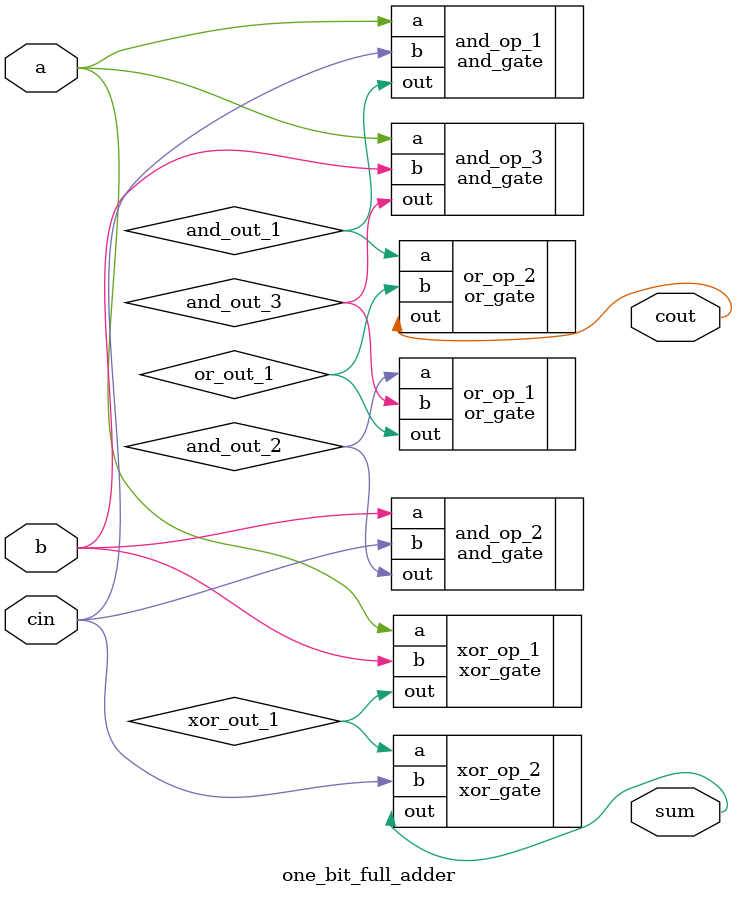
<source format=v>
`timescale 1ns / 1ps

module one_bit_full_adder (a, b, cin, sum, cout);

	// I/O Declaration
	input a, b, cin;
	output sum, cout;

	// Wire Declaration
	wire xor_out_1;
	wire and_out_1, and_out_2, and_out_3;
	wire or_out_1;

	//sum
	xor_gate xor_op_1 (.a(a), .b(b), .out(xor_out_1));
	xor_gate xor_op_2 (.a(xor_out_1), .b(cin), .out(sum));

	//cout
	and_gate and_op_1 (.a(a), .b(cin), .out(and_out_1));
	and_gate and_op_2 (.a(b), .b(cin), .out(and_out_2));
	and_gate and_op_3 (.a(a), .b(b), .out(and_out_3));

	or_gate or_op_1 (.a(and_out_2), .b(and_out_3), .out(or_out_1));
	or_gate or_op_2 (.a(and_out_1), .b(or_out_1), .out(cout));

endmodule
</source>
